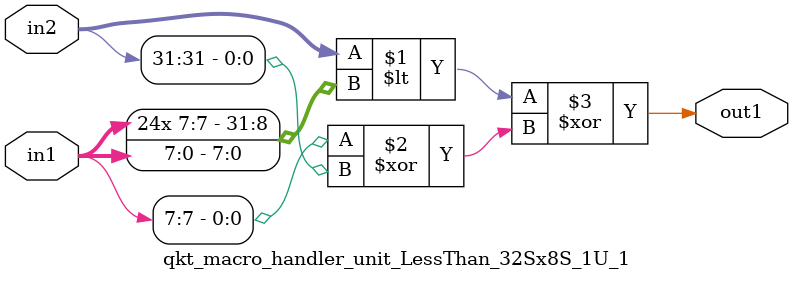
<source format=v>

`timescale 1ps / 1ps


module qkt_macro_handler_unit_LessThan_32Sx8S_1U_1( in2, in1, out1 );

    input [31:0] in2;
    input [7:0] in1;
    output out1;

    
    // rtl_process:qkt_macro_handler_unit_LessThan_32Sx8S_1U_1/qkt_macro_handler_unit_LessThan_32Sx8S_1U_1_thread_1
    assign out1 = (in2 < {{ 24 {in1[7]}}, in1} ^ (in1[7] ^ in2[31]));

endmodule



</source>
